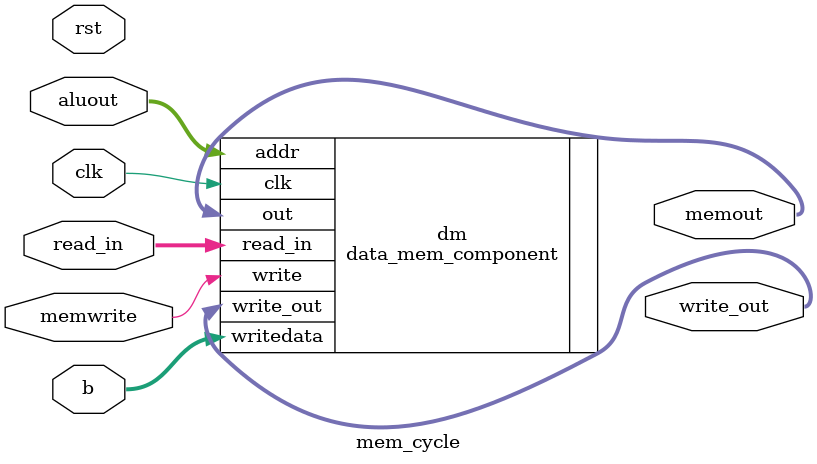
<source format=v>
module mem_cycle(clk, b, aluout, memwrite, read_in, write_out, rst, memout);
input clk;
input [15:0] b;
input [15:0] aluout;
input memwrite;
input rst;
input [15:0] read_in;

output [15:0] write_out;
output [15:0] memout;

data_mem_component dm (
    .writedata(b),
    .addr(aluout),
    .write(memwrite),
    .read_in(read_in),
    .write_out(write_out),
    .clk(clk),
    .out(memout)
);

endmodule
</source>
